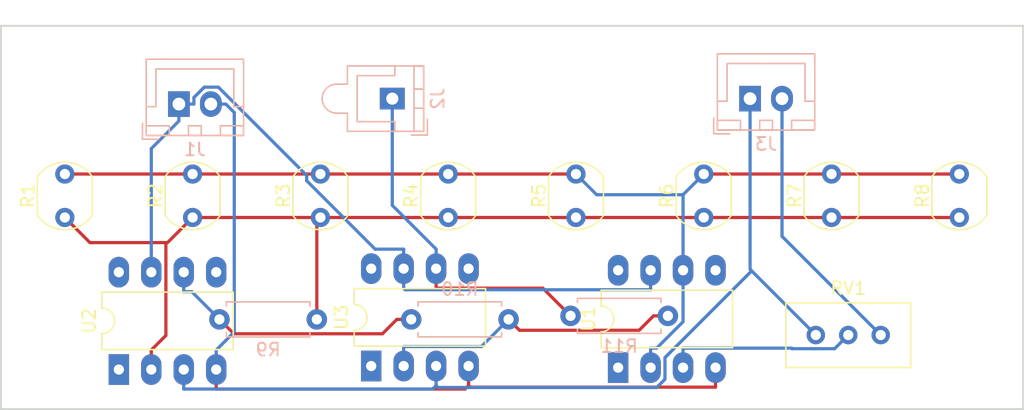
<source format=kicad_pcb>
(kicad_pcb (version 20171130) (host pcbnew "(5.0.0)")

  (general
    (thickness 1.6)
    (drawings 4)
    (tracks 101)
    (zones 0)
    (modules 18)
    (nets 20)
  )

  (page A4)
  (layers
    (0 F.Cu signal)
    (31 B.Cu signal)
    (32 B.Adhes user)
    (33 F.Adhes user)
    (34 B.Paste user)
    (35 F.Paste user)
    (36 B.SilkS user)
    (37 F.SilkS user)
    (38 B.Mask user)
    (39 F.Mask user)
    (40 Dwgs.User user)
    (41 Cmts.User user)
    (42 Eco1.User user)
    (43 Eco2.User user)
    (44 Edge.Cuts user)
    (45 Margin user)
    (46 B.CrtYd user)
    (47 F.CrtYd user)
    (48 B.Fab user)
    (49 F.Fab user)
  )

  (setup
    (last_trace_width 0.25)
    (trace_clearance 0.2)
    (zone_clearance 0.508)
    (zone_45_only no)
    (trace_min 0.2)
    (segment_width 0.2)
    (edge_width 0.15)
    (via_size 0.8)
    (via_drill 0.4)
    (via_min_size 0.4)
    (via_min_drill 0.3)
    (uvia_size 0.3)
    (uvia_drill 0.1)
    (uvias_allowed no)
    (uvia_min_size 0.2)
    (uvia_min_drill 0.1)
    (pcb_text_width 0.3)
    (pcb_text_size 1.5 1.5)
    (mod_edge_width 0.15)
    (mod_text_size 1 1)
    (mod_text_width 0.15)
    (pad_size 1.524 1.524)
    (pad_drill 0.762)
    (pad_to_mask_clearance 0.2)
    (aux_axis_origin 0 0)
    (visible_elements FFFFFF7F)
    (pcbplotparams
      (layerselection 0x010fc_ffffffff)
      (usegerberextensions false)
      (usegerberattributes false)
      (usegerberadvancedattributes false)
      (creategerberjobfile false)
      (excludeedgelayer true)
      (linewidth 0.100000)
      (plotframeref false)
      (viasonmask false)
      (mode 1)
      (useauxorigin false)
      (hpglpennumber 1)
      (hpglpenspeed 20)
      (hpglpendiameter 15.000000)
      (psnegative false)
      (psa4output false)
      (plotreference true)
      (plotvalue true)
      (plotinvisibletext false)
      (padsonsilk false)
      (subtractmaskfromsilk false)
      (outputformat 1)
      (mirror false)
      (drillshape 1)
      (scaleselection 1)
      (outputdirectory ""))
  )

  (net 0 "")
  (net 1 VCC)
  (net 2 -VCC)
  (net 3 "Net-(J2-Pad1)")
  (net 4 +3.7V)
  (net 5 GND)
  (net 6 "Net-(R1-Pad1)")
  (net 7 "Net-(R1-Pad2)")
  (net 8 "Net-(R10-Pad2)")
  (net 9 "Net-(RV1-Pad2)")
  (net 10 "Net-(U1-Pad8)")
  (net 11 "Net-(U1-Pad5)")
  (net 12 "Net-(U1-Pad1)")
  (net 13 "Net-(U2-Pad1)")
  (net 14 "Net-(U2-Pad5)")
  (net 15 "Net-(U2-Pad8)")
  (net 16 "Net-(U3-Pad1)")
  (net 17 "Net-(U3-Pad5)")
  (net 18 "Net-(U3-Pad8)")
  (net 19 "Net-(R10-Pad1)")

  (net_class Default "This is the default net class."
    (clearance 0.2)
    (trace_width 0.25)
    (via_dia 0.8)
    (via_drill 0.4)
    (uvia_dia 0.3)
    (uvia_drill 0.1)
    (add_net +3.7V)
    (add_net -VCC)
    (add_net GND)
    (add_net "Net-(J2-Pad1)")
    (add_net "Net-(R1-Pad1)")
    (add_net "Net-(R1-Pad2)")
    (add_net "Net-(R10-Pad1)")
    (add_net "Net-(R10-Pad2)")
    (add_net "Net-(RV1-Pad2)")
    (add_net "Net-(U1-Pad1)")
    (add_net "Net-(U1-Pad5)")
    (add_net "Net-(U1-Pad8)")
    (add_net "Net-(U2-Pad1)")
    (add_net "Net-(U2-Pad5)")
    (add_net "Net-(U2-Pad8)")
    (add_net "Net-(U3-Pad1)")
    (add_net "Net-(U3-Pad5)")
    (add_net "Net-(U3-Pad8)")
    (add_net VCC)
  )

  (module Connector_JST:JST_XH_B02B-XH-A_1x02_P2.50mm_Vertical (layer B.Cu) (tedit 5A2731AA) (tstamp 5BF10FD7)
    (at 113.925 56.125)
    (descr "JST XH series connector, B02B-XH-A (http://www.jst-mfg.com/product/pdf/eng/eXH.pdf), generated with kicad-footprint-generator")
    (tags "connector JST XH side entry")
    (path /5BE5119E)
    (fp_text reference J1 (at 1.25 3.55) (layer B.SilkS)
      (effects (font (size 1 1) (thickness 0.15)) (justify mirror))
    )
    (fp_text value Conn_01x02_Female (at 1.25 -4.6) (layer B.Fab)
      (effects (font (size 1 1) (thickness 0.15)) (justify mirror))
    )
    (fp_line (start -2.45 2.35) (end -2.45 -3.4) (layer B.Fab) (width 0.1))
    (fp_line (start -2.45 -3.4) (end 4.95 -3.4) (layer B.Fab) (width 0.1))
    (fp_line (start 4.95 -3.4) (end 4.95 2.35) (layer B.Fab) (width 0.1))
    (fp_line (start 4.95 2.35) (end -2.45 2.35) (layer B.Fab) (width 0.1))
    (fp_line (start -2.56 2.46) (end -2.56 -3.51) (layer B.SilkS) (width 0.12))
    (fp_line (start -2.56 -3.51) (end 5.06 -3.51) (layer B.SilkS) (width 0.12))
    (fp_line (start 5.06 -3.51) (end 5.06 2.46) (layer B.SilkS) (width 0.12))
    (fp_line (start 5.06 2.46) (end -2.56 2.46) (layer B.SilkS) (width 0.12))
    (fp_line (start -2.95 2.85) (end -2.95 -3.9) (layer B.CrtYd) (width 0.05))
    (fp_line (start -2.95 -3.9) (end 5.45 -3.9) (layer B.CrtYd) (width 0.05))
    (fp_line (start 5.45 -3.9) (end 5.45 2.85) (layer B.CrtYd) (width 0.05))
    (fp_line (start 5.45 2.85) (end -2.95 2.85) (layer B.CrtYd) (width 0.05))
    (fp_line (start -0.625 2.35) (end 0 1.35) (layer B.Fab) (width 0.1))
    (fp_line (start 0 1.35) (end 0.625 2.35) (layer B.Fab) (width 0.1))
    (fp_line (start 0.75 2.45) (end 0.75 1.7) (layer B.SilkS) (width 0.12))
    (fp_line (start 0.75 1.7) (end 1.75 1.7) (layer B.SilkS) (width 0.12))
    (fp_line (start 1.75 1.7) (end 1.75 2.45) (layer B.SilkS) (width 0.12))
    (fp_line (start 1.75 2.45) (end 0.75 2.45) (layer B.SilkS) (width 0.12))
    (fp_line (start -2.55 2.45) (end -2.55 1.7) (layer B.SilkS) (width 0.12))
    (fp_line (start -2.55 1.7) (end -0.75 1.7) (layer B.SilkS) (width 0.12))
    (fp_line (start -0.75 1.7) (end -0.75 2.45) (layer B.SilkS) (width 0.12))
    (fp_line (start -0.75 2.45) (end -2.55 2.45) (layer B.SilkS) (width 0.12))
    (fp_line (start 3.25 2.45) (end 3.25 1.7) (layer B.SilkS) (width 0.12))
    (fp_line (start 3.25 1.7) (end 5.05 1.7) (layer B.SilkS) (width 0.12))
    (fp_line (start 5.05 1.7) (end 5.05 2.45) (layer B.SilkS) (width 0.12))
    (fp_line (start 5.05 2.45) (end 3.25 2.45) (layer B.SilkS) (width 0.12))
    (fp_line (start -2.55 0.2) (end -1.8 0.2) (layer B.SilkS) (width 0.12))
    (fp_line (start -1.8 0.2) (end -1.8 -2.75) (layer B.SilkS) (width 0.12))
    (fp_line (start -1.8 -2.75) (end 1.25 -2.75) (layer B.SilkS) (width 0.12))
    (fp_line (start 5.05 0.2) (end 4.3 0.2) (layer B.SilkS) (width 0.12))
    (fp_line (start 4.3 0.2) (end 4.3 -2.75) (layer B.SilkS) (width 0.12))
    (fp_line (start 4.3 -2.75) (end 1.25 -2.75) (layer B.SilkS) (width 0.12))
    (fp_line (start -1.6 2.75) (end -2.85 2.75) (layer B.SilkS) (width 0.12))
    (fp_line (start -2.85 2.75) (end -2.85 1.5) (layer B.SilkS) (width 0.12))
    (fp_text user %R (at 1.25 -2.7) (layer B.Fab)
      (effects (font (size 1 1) (thickness 0.15)) (justify mirror))
    )
    (pad 1 thru_hole rect (at 0 0) (size 1.7 2) (drill 1) (layers *.Cu *.Mask)
      (net 1 VCC))
    (pad 2 thru_hole oval (at 2.5 0) (size 1.7 2) (drill 1) (layers *.Cu *.Mask)
      (net 2 -VCC))
    (model ${KISYS3DMOD}/Connector_JST.3dshapes/JST_XH_B02B-XH-A_1x02_P2.50mm_Vertical.wrl
      (at (xyz 0 0 0))
      (scale (xyz 1 1 1))
      (rotate (xyz 0 0 0))
    )
  )

  (module Connector_JST:JST_XH_B01B-XH-AM_1x01_P2.50mm_Vertical (layer B.Cu) (tedit 5A2731AA) (tstamp 5BF1100C)
    (at 130.625 55.7 90)
    (descr "JST XH series connector, B01B-XH-AM, with boss (http://www.jst-mfg.com/product/pdf/eng/eXH.pdf), generated with kicad-footprint-generator")
    (tags "connector JST XH side entry boss")
    (path /5BE689E4)
    (fp_text reference J2 (at 0 3.55 90) (layer B.SilkS)
      (effects (font (size 1 1) (thickness 0.15)) (justify mirror))
    )
    (fp_text value Conn_01x01_Female (at 0 -6.42 90) (layer B.Fab)
      (effects (font (size 1 1) (thickness 0.15)) (justify mirror))
    )
    (fp_arc (start 0 -4.35) (end -1.135 -4.35) (angle 180) (layer B.SilkS) (width 0.12))
    (fp_arc (start 0 -4.35) (end -0.75 -4.35) (angle 180) (layer B.Fab) (width 0.1))
    (fp_line (start -2.45 2.35) (end -2.45 -3.4) (layer B.Fab) (width 0.1))
    (fp_line (start -2.45 -3.4) (end 2.45 -3.4) (layer B.Fab) (width 0.1))
    (fp_line (start 2.45 -3.4) (end 2.45 2.35) (layer B.Fab) (width 0.1))
    (fp_line (start 2.45 2.35) (end -2.45 2.35) (layer B.Fab) (width 0.1))
    (fp_line (start -1.135 -4.35) (end -1.135 -3.51) (layer B.SilkS) (width 0.12))
    (fp_line (start -1.135 -3.51) (end -2.56 -3.51) (layer B.SilkS) (width 0.12))
    (fp_line (start -2.56 -3.51) (end -2.56 2.46) (layer B.SilkS) (width 0.12))
    (fp_line (start -2.56 2.46) (end 2.56 2.46) (layer B.SilkS) (width 0.12))
    (fp_line (start 2.56 2.46) (end 2.56 -3.51) (layer B.SilkS) (width 0.12))
    (fp_line (start 2.56 -3.51) (end 1.135 -3.51) (layer B.SilkS) (width 0.12))
    (fp_line (start 1.135 -3.51) (end 1.135 -4.35) (layer B.SilkS) (width 0.12))
    (fp_line (start -0.75 -4.35) (end -0.75 -3.4) (layer B.Fab) (width 0.1))
    (fp_line (start -0.75 -3.4) (end -2.45 -3.4) (layer B.Fab) (width 0.1))
    (fp_line (start -2.45 -3.4) (end -2.45 2.35) (layer B.Fab) (width 0.1))
    (fp_line (start -2.45 2.35) (end 2.45 2.35) (layer B.Fab) (width 0.1))
    (fp_line (start 2.45 2.35) (end 2.45 -3.4) (layer B.Fab) (width 0.1))
    (fp_line (start 2.45 -3.4) (end 0.75 -3.4) (layer B.Fab) (width 0.1))
    (fp_line (start 0.75 -3.4) (end 0.75 -4.35) (layer B.Fab) (width 0.1))
    (fp_line (start -2.95 2.85) (end -2.95 -5.72) (layer B.CrtYd) (width 0.05))
    (fp_line (start -2.95 -5.72) (end 2.95 -5.72) (layer B.CrtYd) (width 0.05))
    (fp_line (start 2.95 -5.72) (end 2.95 2.85) (layer B.CrtYd) (width 0.05))
    (fp_line (start 2.95 2.85) (end -2.95 2.85) (layer B.CrtYd) (width 0.05))
    (fp_line (start -0.625 2.35) (end 0 1.35) (layer B.Fab) (width 0.1))
    (fp_line (start 0 1.35) (end 0.625 2.35) (layer B.Fab) (width 0.1))
    (fp_line (start 0.75 2.45) (end 0.75 1.7) (layer B.SilkS) (width 0.12))
    (fp_line (start 0.75 1.7) (end -0.75 1.7) (layer B.SilkS) (width 0.12))
    (fp_line (start -0.75 1.7) (end -0.75 2.45) (layer B.SilkS) (width 0.12))
    (fp_line (start -0.75 2.45) (end 0.75 2.45) (layer B.SilkS) (width 0.12))
    (fp_line (start -2.55 2.45) (end -2.55 1.7) (layer B.SilkS) (width 0.12))
    (fp_line (start -2.55 1.7) (end -0.75 1.7) (layer B.SilkS) (width 0.12))
    (fp_line (start -0.75 1.7) (end -0.75 2.45) (layer B.SilkS) (width 0.12))
    (fp_line (start -0.75 2.45) (end -2.55 2.45) (layer B.SilkS) (width 0.12))
    (fp_line (start 0.75 2.45) (end 0.75 1.7) (layer B.SilkS) (width 0.12))
    (fp_line (start 0.75 1.7) (end 2.55 1.7) (layer B.SilkS) (width 0.12))
    (fp_line (start 2.55 1.7) (end 2.55 2.45) (layer B.SilkS) (width 0.12))
    (fp_line (start 2.55 2.45) (end 0.75 2.45) (layer B.SilkS) (width 0.12))
    (fp_line (start -2.55 0.2) (end -1.8 0.2) (layer B.SilkS) (width 0.12))
    (fp_line (start -1.8 0.2) (end -1.8 -2.75) (layer B.SilkS) (width 0.12))
    (fp_line (start -1.8 -2.75) (end 0 -2.75) (layer B.SilkS) (width 0.12))
    (fp_line (start 2.55 0.2) (end 1.8 0.2) (layer B.SilkS) (width 0.12))
    (fp_line (start 1.8 0.2) (end 1.8 -2.75) (layer B.SilkS) (width 0.12))
    (fp_line (start 1.8 -2.75) (end 0 -2.75) (layer B.SilkS) (width 0.12))
    (fp_line (start -1.6 2.75) (end -2.85 2.75) (layer B.SilkS) (width 0.12))
    (fp_line (start -2.85 2.75) (end -2.85 1.5) (layer B.SilkS) (width 0.12))
    (fp_text user %R (at 0 -2.7 90) (layer B.Fab)
      (effects (font (size 1 1) (thickness 0.15)) (justify mirror))
    )
    (pad 1 thru_hole rect (at 0 0 90) (size 1.7 1.95) (drill 0.95) (layers *.Cu *.Mask)
      (net 3 "Net-(J2-Pad1)"))
    (pad "" np_thru_hole circle (at 0 -4.35 90) (size 1.75 1.75) (drill 1.75) (layers *.Cu *.Mask))
    (model ${KISYS3DMOD}/Connector_JST.3dshapes/JST_XH_B01B-XH-AM_1x01_P2.50mm_Vertical.wrl
      (at (xyz 0 0 0))
      (scale (xyz 1 1 1))
      (rotate (xyz 0 0 0))
    )
  )

  (module Connector_JST:JST_XH_B02B-XH-A_1x02_P2.50mm_Vertical (layer B.Cu) (tedit 5A2731AA) (tstamp 5BF11035)
    (at 158.625 55.7)
    (descr "JST XH series connector, B02B-XH-A (http://www.jst-mfg.com/product/pdf/eng/eXH.pdf), generated with kicad-footprint-generator")
    (tags "connector JST XH side entry")
    (path /5BE75ED6)
    (fp_text reference J3 (at 1.25 3.55) (layer B.SilkS)
      (effects (font (size 1 1) (thickness 0.15)) (justify mirror))
    )
    (fp_text value Conn_01x02_Female (at 1.25 -4.6) (layer B.Fab)
      (effects (font (size 1 1) (thickness 0.15)) (justify mirror))
    )
    (fp_text user %R (at 1.25 -2.7) (layer B.Fab)
      (effects (font (size 1 1) (thickness 0.15)) (justify mirror))
    )
    (fp_line (start -2.85 2.75) (end -2.85 1.5) (layer B.SilkS) (width 0.12))
    (fp_line (start -1.6 2.75) (end -2.85 2.75) (layer B.SilkS) (width 0.12))
    (fp_line (start 4.3 -2.75) (end 1.25 -2.75) (layer B.SilkS) (width 0.12))
    (fp_line (start 4.3 0.2) (end 4.3 -2.75) (layer B.SilkS) (width 0.12))
    (fp_line (start 5.05 0.2) (end 4.3 0.2) (layer B.SilkS) (width 0.12))
    (fp_line (start -1.8 -2.75) (end 1.25 -2.75) (layer B.SilkS) (width 0.12))
    (fp_line (start -1.8 0.2) (end -1.8 -2.75) (layer B.SilkS) (width 0.12))
    (fp_line (start -2.55 0.2) (end -1.8 0.2) (layer B.SilkS) (width 0.12))
    (fp_line (start 5.05 2.45) (end 3.25 2.45) (layer B.SilkS) (width 0.12))
    (fp_line (start 5.05 1.7) (end 5.05 2.45) (layer B.SilkS) (width 0.12))
    (fp_line (start 3.25 1.7) (end 5.05 1.7) (layer B.SilkS) (width 0.12))
    (fp_line (start 3.25 2.45) (end 3.25 1.7) (layer B.SilkS) (width 0.12))
    (fp_line (start -0.75 2.45) (end -2.55 2.45) (layer B.SilkS) (width 0.12))
    (fp_line (start -0.75 1.7) (end -0.75 2.45) (layer B.SilkS) (width 0.12))
    (fp_line (start -2.55 1.7) (end -0.75 1.7) (layer B.SilkS) (width 0.12))
    (fp_line (start -2.55 2.45) (end -2.55 1.7) (layer B.SilkS) (width 0.12))
    (fp_line (start 1.75 2.45) (end 0.75 2.45) (layer B.SilkS) (width 0.12))
    (fp_line (start 1.75 1.7) (end 1.75 2.45) (layer B.SilkS) (width 0.12))
    (fp_line (start 0.75 1.7) (end 1.75 1.7) (layer B.SilkS) (width 0.12))
    (fp_line (start 0.75 2.45) (end 0.75 1.7) (layer B.SilkS) (width 0.12))
    (fp_line (start 0 1.35) (end 0.625 2.35) (layer B.Fab) (width 0.1))
    (fp_line (start -0.625 2.35) (end 0 1.35) (layer B.Fab) (width 0.1))
    (fp_line (start 5.45 2.85) (end -2.95 2.85) (layer B.CrtYd) (width 0.05))
    (fp_line (start 5.45 -3.9) (end 5.45 2.85) (layer B.CrtYd) (width 0.05))
    (fp_line (start -2.95 -3.9) (end 5.45 -3.9) (layer B.CrtYd) (width 0.05))
    (fp_line (start -2.95 2.85) (end -2.95 -3.9) (layer B.CrtYd) (width 0.05))
    (fp_line (start 5.06 2.46) (end -2.56 2.46) (layer B.SilkS) (width 0.12))
    (fp_line (start 5.06 -3.51) (end 5.06 2.46) (layer B.SilkS) (width 0.12))
    (fp_line (start -2.56 -3.51) (end 5.06 -3.51) (layer B.SilkS) (width 0.12))
    (fp_line (start -2.56 2.46) (end -2.56 -3.51) (layer B.SilkS) (width 0.12))
    (fp_line (start 4.95 2.35) (end -2.45 2.35) (layer B.Fab) (width 0.1))
    (fp_line (start 4.95 -3.4) (end 4.95 2.35) (layer B.Fab) (width 0.1))
    (fp_line (start -2.45 -3.4) (end 4.95 -3.4) (layer B.Fab) (width 0.1))
    (fp_line (start -2.45 2.35) (end -2.45 -3.4) (layer B.Fab) (width 0.1))
    (pad 2 thru_hole oval (at 2.5 0) (size 1.7 2) (drill 1) (layers *.Cu *.Mask)
      (net 4 +3.7V))
    (pad 1 thru_hole rect (at 0 0) (size 1.7 2) (drill 1) (layers *.Cu *.Mask)
      (net 5 GND))
    (model ${KISYS3DMOD}/Connector_JST.3dshapes/JST_XH_B02B-XH-A_1x02_P2.50mm_Vertical.wrl
      (at (xyz 0 0 0))
      (scale (xyz 1 1 1))
      (rotate (xyz 0 0 0))
    )
  )

  (module OptoDevice:R_LDR_5.1x4.3mm_P3.4mm_Vertical (layer F.Cu) (tedit 5A6C6585) (tstamp 5BF11055)
    (at 105 65 90)
    (descr "Resistor, LDR 5.1x3.4mm, see http://yourduino.com/docs/Photoresistor-5516-datasheet.pdf")
    (tags "Resistor LDR5.1x3.4mm")
    (path /5BE7AF2A)
    (fp_text reference R1 (at 1.7 -2.9 90) (layer F.SilkS)
      (effects (font (size 1 1) (thickness 0.15)))
    )
    (fp_text value LDR03 (at 1.5 3 90) (layer F.Fab)
      (effects (font (size 1 1) (thickness 0.15)))
    )
    (fp_arc (start 1.7 0) (end 0.2 2.1) (angle 109) (layer F.Fab) (width 0.1))
    (fp_arc (start 1.7 0) (end 3.2 -2.1) (angle 109) (layer F.Fab) (width 0.1))
    (fp_arc (start 1.7 0) (end 3.2 -2.15) (angle 109) (layer F.SilkS) (width 0.12))
    (fp_arc (start 1.7 0) (end 0.15 2.15) (angle 109) (layer F.SilkS) (width 0.12))
    (fp_line (start 4.53 2.35) (end -1.13 2.35) (layer F.CrtYd) (width 0.05))
    (fp_line (start 4.53 2.35) (end 4.53 -2.35) (layer F.CrtYd) (width 0.05))
    (fp_line (start -1.13 -2.35) (end -1.13 2.35) (layer F.CrtYd) (width 0.05))
    (fp_line (start -1.13 -2.35) (end 4.53 -2.35) (layer F.CrtYd) (width 0.05))
    (fp_line (start 0.2 -2.1) (end 3.2 -2.1) (layer F.Fab) (width 0.1))
    (fp_line (start 3.2 2.1) (end 0.2 2.1) (layer F.Fab) (width 0.1))
    (fp_line (start 0.8 1.8) (end 2.6 1.8) (layer F.Fab) (width 0.1))
    (fp_line (start 0.8 1.2) (end 0.8 1.8) (layer F.Fab) (width 0.1))
    (fp_line (start 2.6 1.2) (end 0.8 1.2) (layer F.Fab) (width 0.1))
    (fp_line (start 2.6 0.6) (end 2.6 1.2) (layer F.Fab) (width 0.1))
    (fp_line (start 1 0) (end 1 0.6) (layer F.Fab) (width 0.1))
    (fp_line (start 0.8 -1.2) (end 0.8 -0.6) (layer F.Fab) (width 0.1))
    (fp_line (start 2.6 -1.2) (end 0.8 -1.2) (layer F.Fab) (width 0.1))
    (fp_line (start 2.6 -1.8) (end 2.6 -1.2) (layer F.Fab) (width 0.1))
    (fp_line (start 0.8 -1.8) (end 2.6 -1.8) (layer F.Fab) (width 0.1))
    (fp_line (start 2.6 0.6) (end 1 0.6) (layer F.Fab) (width 0.1))
    (fp_line (start 2.3 -0.6) (end 0.8 -0.6) (layer F.Fab) (width 0.1))
    (fp_line (start 2.3 0) (end 2.3 -0.6) (layer F.Fab) (width 0.1))
    (fp_line (start 1 0) (end 2.3 0) (layer F.Fab) (width 0.1))
    (fp_line (start 0.15 -2.15) (end 3.2 -2.15) (layer F.SilkS) (width 0.12))
    (fp_line (start 0.15 2.15) (end 3.2 2.15) (layer F.SilkS) (width 0.12))
    (fp_text user %R (at 1.7 0 90) (layer F.Fab)
      (effects (font (size 1 1) (thickness 0.15)))
    )
    (pad 2 thru_hole circle (at 3.4 0 90) (size 1.5 1.5) (drill 0.8) (layers *.Cu *.Mask)
      (net 7 "Net-(R1-Pad2)"))
    (pad 1 thru_hole circle (at 0 0 90) (size 1.5 1.5) (drill 0.8) (layers *.Cu *.Mask)
      (net 6 "Net-(R1-Pad1)"))
    (model ${KISYS3DMOD}/OptoDevice.3dshapes/R_LDR_5.1x4.3mm_P3.4mm_Vertical.wrl
      (at (xyz 0 0 0))
      (scale (xyz 1 1 1))
      (rotate (xyz 0 0 0))
    )
  )

  (module OptoDevice:R_LDR_5.1x4.3mm_P3.4mm_Vertical (layer F.Cu) (tedit 5A6C6585) (tstamp 5BF11075)
    (at 115 65 90)
    (descr "Resistor, LDR 5.1x3.4mm, see http://yourduino.com/docs/Photoresistor-5516-datasheet.pdf")
    (tags "Resistor LDR5.1x3.4mm")
    (path /5BE4EECF)
    (fp_text reference R2 (at 1.7 -2.9 90) (layer F.SilkS)
      (effects (font (size 1 1) (thickness 0.15)))
    )
    (fp_text value LDR03 (at 1.5 3 90) (layer F.Fab)
      (effects (font (size 1 1) (thickness 0.15)))
    )
    (fp_arc (start 1.7 0) (end 0.2 2.1) (angle 109) (layer F.Fab) (width 0.1))
    (fp_arc (start 1.7 0) (end 3.2 -2.1) (angle 109) (layer F.Fab) (width 0.1))
    (fp_arc (start 1.7 0) (end 3.2 -2.15) (angle 109) (layer F.SilkS) (width 0.12))
    (fp_arc (start 1.7 0) (end 0.15 2.15) (angle 109) (layer F.SilkS) (width 0.12))
    (fp_line (start 4.53 2.35) (end -1.13 2.35) (layer F.CrtYd) (width 0.05))
    (fp_line (start 4.53 2.35) (end 4.53 -2.35) (layer F.CrtYd) (width 0.05))
    (fp_line (start -1.13 -2.35) (end -1.13 2.35) (layer F.CrtYd) (width 0.05))
    (fp_line (start -1.13 -2.35) (end 4.53 -2.35) (layer F.CrtYd) (width 0.05))
    (fp_line (start 0.2 -2.1) (end 3.2 -2.1) (layer F.Fab) (width 0.1))
    (fp_line (start 3.2 2.1) (end 0.2 2.1) (layer F.Fab) (width 0.1))
    (fp_line (start 0.8 1.8) (end 2.6 1.8) (layer F.Fab) (width 0.1))
    (fp_line (start 0.8 1.2) (end 0.8 1.8) (layer F.Fab) (width 0.1))
    (fp_line (start 2.6 1.2) (end 0.8 1.2) (layer F.Fab) (width 0.1))
    (fp_line (start 2.6 0.6) (end 2.6 1.2) (layer F.Fab) (width 0.1))
    (fp_line (start 1 0) (end 1 0.6) (layer F.Fab) (width 0.1))
    (fp_line (start 0.8 -1.2) (end 0.8 -0.6) (layer F.Fab) (width 0.1))
    (fp_line (start 2.6 -1.2) (end 0.8 -1.2) (layer F.Fab) (width 0.1))
    (fp_line (start 2.6 -1.8) (end 2.6 -1.2) (layer F.Fab) (width 0.1))
    (fp_line (start 0.8 -1.8) (end 2.6 -1.8) (layer F.Fab) (width 0.1))
    (fp_line (start 2.6 0.6) (end 1 0.6) (layer F.Fab) (width 0.1))
    (fp_line (start 2.3 -0.6) (end 0.8 -0.6) (layer F.Fab) (width 0.1))
    (fp_line (start 2.3 0) (end 2.3 -0.6) (layer F.Fab) (width 0.1))
    (fp_line (start 1 0) (end 2.3 0) (layer F.Fab) (width 0.1))
    (fp_line (start 0.15 -2.15) (end 3.2 -2.15) (layer F.SilkS) (width 0.12))
    (fp_line (start 0.15 2.15) (end 3.2 2.15) (layer F.SilkS) (width 0.12))
    (fp_text user %R (at 1.7 0 90) (layer F.Fab)
      (effects (font (size 1 1) (thickness 0.15)))
    )
    (pad 2 thru_hole circle (at 3.4 0 90) (size 1.5 1.5) (drill 0.8) (layers *.Cu *.Mask)
      (net 7 "Net-(R1-Pad2)"))
    (pad 1 thru_hole circle (at 0 0 90) (size 1.5 1.5) (drill 0.8) (layers *.Cu *.Mask)
      (net 6 "Net-(R1-Pad1)"))
    (model ${KISYS3DMOD}/OptoDevice.3dshapes/R_LDR_5.1x4.3mm_P3.4mm_Vertical.wrl
      (at (xyz 0 0 0))
      (scale (xyz 1 1 1))
      (rotate (xyz 0 0 0))
    )
  )

  (module OptoDevice:R_LDR_5.1x4.3mm_P3.4mm_Vertical (layer F.Cu) (tedit 5A6C6585) (tstamp 5BF11095)
    (at 125 65 90)
    (descr "Resistor, LDR 5.1x3.4mm, see http://yourduino.com/docs/Photoresistor-5516-datasheet.pdf")
    (tags "Resistor LDR5.1x3.4mm")
    (path /5BE4EF65)
    (fp_text reference R3 (at 1.7 -2.9 90) (layer F.SilkS)
      (effects (font (size 1 1) (thickness 0.15)))
    )
    (fp_text value LDR03 (at 1.5 3 90) (layer F.Fab)
      (effects (font (size 1 1) (thickness 0.15)))
    )
    (fp_text user %R (at 1.7 0 90) (layer F.Fab)
      (effects (font (size 1 1) (thickness 0.15)))
    )
    (fp_line (start 0.15 2.15) (end 3.2 2.15) (layer F.SilkS) (width 0.12))
    (fp_line (start 0.15 -2.15) (end 3.2 -2.15) (layer F.SilkS) (width 0.12))
    (fp_line (start 1 0) (end 2.3 0) (layer F.Fab) (width 0.1))
    (fp_line (start 2.3 0) (end 2.3 -0.6) (layer F.Fab) (width 0.1))
    (fp_line (start 2.3 -0.6) (end 0.8 -0.6) (layer F.Fab) (width 0.1))
    (fp_line (start 2.6 0.6) (end 1 0.6) (layer F.Fab) (width 0.1))
    (fp_line (start 0.8 -1.8) (end 2.6 -1.8) (layer F.Fab) (width 0.1))
    (fp_line (start 2.6 -1.8) (end 2.6 -1.2) (layer F.Fab) (width 0.1))
    (fp_line (start 2.6 -1.2) (end 0.8 -1.2) (layer F.Fab) (width 0.1))
    (fp_line (start 0.8 -1.2) (end 0.8 -0.6) (layer F.Fab) (width 0.1))
    (fp_line (start 1 0) (end 1 0.6) (layer F.Fab) (width 0.1))
    (fp_line (start 2.6 0.6) (end 2.6 1.2) (layer F.Fab) (width 0.1))
    (fp_line (start 2.6 1.2) (end 0.8 1.2) (layer F.Fab) (width 0.1))
    (fp_line (start 0.8 1.2) (end 0.8 1.8) (layer F.Fab) (width 0.1))
    (fp_line (start 0.8 1.8) (end 2.6 1.8) (layer F.Fab) (width 0.1))
    (fp_line (start 3.2 2.1) (end 0.2 2.1) (layer F.Fab) (width 0.1))
    (fp_line (start 0.2 -2.1) (end 3.2 -2.1) (layer F.Fab) (width 0.1))
    (fp_line (start -1.13 -2.35) (end 4.53 -2.35) (layer F.CrtYd) (width 0.05))
    (fp_line (start -1.13 -2.35) (end -1.13 2.35) (layer F.CrtYd) (width 0.05))
    (fp_line (start 4.53 2.35) (end 4.53 -2.35) (layer F.CrtYd) (width 0.05))
    (fp_line (start 4.53 2.35) (end -1.13 2.35) (layer F.CrtYd) (width 0.05))
    (fp_arc (start 1.7 0) (end 0.15 2.15) (angle 109) (layer F.SilkS) (width 0.12))
    (fp_arc (start 1.7 0) (end 3.2 -2.15) (angle 109) (layer F.SilkS) (width 0.12))
    (fp_arc (start 1.7 0) (end 3.2 -2.1) (angle 109) (layer F.Fab) (width 0.1))
    (fp_arc (start 1.7 0) (end 0.2 2.1) (angle 109) (layer F.Fab) (width 0.1))
    (pad 1 thru_hole circle (at 0 0 90) (size 1.5 1.5) (drill 0.8) (layers *.Cu *.Mask)
      (net 6 "Net-(R1-Pad1)"))
    (pad 2 thru_hole circle (at 3.4 0 90) (size 1.5 1.5) (drill 0.8) (layers *.Cu *.Mask)
      (net 7 "Net-(R1-Pad2)"))
    (model ${KISYS3DMOD}/OptoDevice.3dshapes/R_LDR_5.1x4.3mm_P3.4mm_Vertical.wrl
      (at (xyz 0 0 0))
      (scale (xyz 1 1 1))
      (rotate (xyz 0 0 0))
    )
  )

  (module OptoDevice:R_LDR_5.1x4.3mm_P3.4mm_Vertical (layer F.Cu) (tedit 5A6C6585) (tstamp 5BF110B5)
    (at 135 65 90)
    (descr "Resistor, LDR 5.1x3.4mm, see http://yourduino.com/docs/Photoresistor-5516-datasheet.pdf")
    (tags "Resistor LDR5.1x3.4mm")
    (path /5BE4EF85)
    (fp_text reference R4 (at 1.7 -2.9 90) (layer F.SilkS)
      (effects (font (size 1 1) (thickness 0.15)))
    )
    (fp_text value LDR03 (at 1.5 3 90) (layer F.Fab)
      (effects (font (size 1 1) (thickness 0.15)))
    )
    (fp_text user %R (at 1.7 0 90) (layer F.Fab)
      (effects (font (size 1 1) (thickness 0.15)))
    )
    (fp_line (start 0.15 2.15) (end 3.2 2.15) (layer F.SilkS) (width 0.12))
    (fp_line (start 0.15 -2.15) (end 3.2 -2.15) (layer F.SilkS) (width 0.12))
    (fp_line (start 1 0) (end 2.3 0) (layer F.Fab) (width 0.1))
    (fp_line (start 2.3 0) (end 2.3 -0.6) (layer F.Fab) (width 0.1))
    (fp_line (start 2.3 -0.6) (end 0.8 -0.6) (layer F.Fab) (width 0.1))
    (fp_line (start 2.6 0.6) (end 1 0.6) (layer F.Fab) (width 0.1))
    (fp_line (start 0.8 -1.8) (end 2.6 -1.8) (layer F.Fab) (width 0.1))
    (fp_line (start 2.6 -1.8) (end 2.6 -1.2) (layer F.Fab) (width 0.1))
    (fp_line (start 2.6 -1.2) (end 0.8 -1.2) (layer F.Fab) (width 0.1))
    (fp_line (start 0.8 -1.2) (end 0.8 -0.6) (layer F.Fab) (width 0.1))
    (fp_line (start 1 0) (end 1 0.6) (layer F.Fab) (width 0.1))
    (fp_line (start 2.6 0.6) (end 2.6 1.2) (layer F.Fab) (width 0.1))
    (fp_line (start 2.6 1.2) (end 0.8 1.2) (layer F.Fab) (width 0.1))
    (fp_line (start 0.8 1.2) (end 0.8 1.8) (layer F.Fab) (width 0.1))
    (fp_line (start 0.8 1.8) (end 2.6 1.8) (layer F.Fab) (width 0.1))
    (fp_line (start 3.2 2.1) (end 0.2 2.1) (layer F.Fab) (width 0.1))
    (fp_line (start 0.2 -2.1) (end 3.2 -2.1) (layer F.Fab) (width 0.1))
    (fp_line (start -1.13 -2.35) (end 4.53 -2.35) (layer F.CrtYd) (width 0.05))
    (fp_line (start -1.13 -2.35) (end -1.13 2.35) (layer F.CrtYd) (width 0.05))
    (fp_line (start 4.53 2.35) (end 4.53 -2.35) (layer F.CrtYd) (width 0.05))
    (fp_line (start 4.53 2.35) (end -1.13 2.35) (layer F.CrtYd) (width 0.05))
    (fp_arc (start 1.7 0) (end 0.15 2.15) (angle 109) (layer F.SilkS) (width 0.12))
    (fp_arc (start 1.7 0) (end 3.2 -2.15) (angle 109) (layer F.SilkS) (width 0.12))
    (fp_arc (start 1.7 0) (end 3.2 -2.1) (angle 109) (layer F.Fab) (width 0.1))
    (fp_arc (start 1.7 0) (end 0.2 2.1) (angle 109) (layer F.Fab) (width 0.1))
    (pad 1 thru_hole circle (at 0 0 90) (size 1.5 1.5) (drill 0.8) (layers *.Cu *.Mask)
      (net 6 "Net-(R1-Pad1)"))
    (pad 2 thru_hole circle (at 3.4 0 90) (size 1.5 1.5) (drill 0.8) (layers *.Cu *.Mask)
      (net 7 "Net-(R1-Pad2)"))
    (model ${KISYS3DMOD}/OptoDevice.3dshapes/R_LDR_5.1x4.3mm_P3.4mm_Vertical.wrl
      (at (xyz 0 0 0))
      (scale (xyz 1 1 1))
      (rotate (xyz 0 0 0))
    )
  )

  (module OptoDevice:R_LDR_5.1x4.3mm_P3.4mm_Vertical (layer F.Cu) (tedit 5A6C6585) (tstamp 5BF110D5)
    (at 145 65 90)
    (descr "Resistor, LDR 5.1x3.4mm, see http://yourduino.com/docs/Photoresistor-5516-datasheet.pdf")
    (tags "Resistor LDR5.1x3.4mm")
    (path /5BE4EFB1)
    (fp_text reference R5 (at 1.7 -2.9 90) (layer F.SilkS)
      (effects (font (size 1 1) (thickness 0.15)))
    )
    (fp_text value LDR03 (at 1.5 3 90) (layer F.Fab)
      (effects (font (size 1 1) (thickness 0.15)))
    )
    (fp_arc (start 1.7 0) (end 0.2 2.1) (angle 109) (layer F.Fab) (width 0.1))
    (fp_arc (start 1.7 0) (end 3.2 -2.1) (angle 109) (layer F.Fab) (width 0.1))
    (fp_arc (start 1.7 0) (end 3.2 -2.15) (angle 109) (layer F.SilkS) (width 0.12))
    (fp_arc (start 1.7 0) (end 0.15 2.15) (angle 109) (layer F.SilkS) (width 0.12))
    (fp_line (start 4.53 2.35) (end -1.13 2.35) (layer F.CrtYd) (width 0.05))
    (fp_line (start 4.53 2.35) (end 4.53 -2.35) (layer F.CrtYd) (width 0.05))
    (fp_line (start -1.13 -2.35) (end -1.13 2.35) (layer F.CrtYd) (width 0.05))
    (fp_line (start -1.13 -2.35) (end 4.53 -2.35) (layer F.CrtYd) (width 0.05))
    (fp_line (start 0.2 -2.1) (end 3.2 -2.1) (layer F.Fab) (width 0.1))
    (fp_line (start 3.2 2.1) (end 0.2 2.1) (layer F.Fab) (width 0.1))
    (fp_line (start 0.8 1.8) (end 2.6 1.8) (layer F.Fab) (width 0.1))
    (fp_line (start 0.8 1.2) (end 0.8 1.8) (layer F.Fab) (width 0.1))
    (fp_line (start 2.6 1.2) (end 0.8 1.2) (layer F.Fab) (width 0.1))
    (fp_line (start 2.6 0.6) (end 2.6 1.2) (layer F.Fab) (width 0.1))
    (fp_line (start 1 0) (end 1 0.6) (layer F.Fab) (width 0.1))
    (fp_line (start 0.8 -1.2) (end 0.8 -0.6) (layer F.Fab) (width 0.1))
    (fp_line (start 2.6 -1.2) (end 0.8 -1.2) (layer F.Fab) (width 0.1))
    (fp_line (start 2.6 -1.8) (end 2.6 -1.2) (layer F.Fab) (width 0.1))
    (fp_line (start 0.8 -1.8) (end 2.6 -1.8) (layer F.Fab) (width 0.1))
    (fp_line (start 2.6 0.6) (end 1 0.6) (layer F.Fab) (width 0.1))
    (fp_line (start 2.3 -0.6) (end 0.8 -0.6) (layer F.Fab) (width 0.1))
    (fp_line (start 2.3 0) (end 2.3 -0.6) (layer F.Fab) (width 0.1))
    (fp_line (start 1 0) (end 2.3 0) (layer F.Fab) (width 0.1))
    (fp_line (start 0.15 -2.15) (end 3.2 -2.15) (layer F.SilkS) (width 0.12))
    (fp_line (start 0.15 2.15) (end 3.2 2.15) (layer F.SilkS) (width 0.12))
    (fp_text user %R (at 1.7 0 90) (layer F.Fab)
      (effects (font (size 1 1) (thickness 0.15)))
    )
    (pad 2 thru_hole circle (at 3.4 0 90) (size 1.5 1.5) (drill 0.8) (layers *.Cu *.Mask)
      (net 7 "Net-(R1-Pad2)"))
    (pad 1 thru_hole circle (at 0 0 90) (size 1.5 1.5) (drill 0.8) (layers *.Cu *.Mask)
      (net 6 "Net-(R1-Pad1)"))
    (model ${KISYS3DMOD}/OptoDevice.3dshapes/R_LDR_5.1x4.3mm_P3.4mm_Vertical.wrl
      (at (xyz 0 0 0))
      (scale (xyz 1 1 1))
      (rotate (xyz 0 0 0))
    )
  )

  (module OptoDevice:R_LDR_5.1x4.3mm_P3.4mm_Vertical (layer F.Cu) (tedit 5A6C6585) (tstamp 5BF110F5)
    (at 155 65 90)
    (descr "Resistor, LDR 5.1x3.4mm, see http://yourduino.com/docs/Photoresistor-5516-datasheet.pdf")
    (tags "Resistor LDR5.1x3.4mm")
    (path /5BE4F04F)
    (fp_text reference R6 (at 1.7 -2.9 90) (layer F.SilkS)
      (effects (font (size 1 1) (thickness 0.15)))
    )
    (fp_text value LDR03 (at 1.5 3 90) (layer F.Fab)
      (effects (font (size 1 1) (thickness 0.15)))
    )
    (fp_text user %R (at 1.7 0 90) (layer F.Fab)
      (effects (font (size 1 1) (thickness 0.15)))
    )
    (fp_line (start 0.15 2.15) (end 3.2 2.15) (layer F.SilkS) (width 0.12))
    (fp_line (start 0.15 -2.15) (end 3.2 -2.15) (layer F.SilkS) (width 0.12))
    (fp_line (start 1 0) (end 2.3 0) (layer F.Fab) (width 0.1))
    (fp_line (start 2.3 0) (end 2.3 -0.6) (layer F.Fab) (width 0.1))
    (fp_line (start 2.3 -0.6) (end 0.8 -0.6) (layer F.Fab) (width 0.1))
    (fp_line (start 2.6 0.6) (end 1 0.6) (layer F.Fab) (width 0.1))
    (fp_line (start 0.8 -1.8) (end 2.6 -1.8) (layer F.Fab) (width 0.1))
    (fp_line (start 2.6 -1.8) (end 2.6 -1.2) (layer F.Fab) (width 0.1))
    (fp_line (start 2.6 -1.2) (end 0.8 -1.2) (layer F.Fab) (width 0.1))
    (fp_line (start 0.8 -1.2) (end 0.8 -0.6) (layer F.Fab) (width 0.1))
    (fp_line (start 1 0) (end 1 0.6) (layer F.Fab) (width 0.1))
    (fp_line (start 2.6 0.6) (end 2.6 1.2) (layer F.Fab) (width 0.1))
    (fp_line (start 2.6 1.2) (end 0.8 1.2) (layer F.Fab) (width 0.1))
    (fp_line (start 0.8 1.2) (end 0.8 1.8) (layer F.Fab) (width 0.1))
    (fp_line (start 0.8 1.8) (end 2.6 1.8) (layer F.Fab) (width 0.1))
    (fp_line (start 3.2 2.1) (end 0.2 2.1) (layer F.Fab) (width 0.1))
    (fp_line (start 0.2 -2.1) (end 3.2 -2.1) (layer F.Fab) (width 0.1))
    (fp_line (start -1.13 -2.35) (end 4.53 -2.35) (layer F.CrtYd) (width 0.05))
    (fp_line (start -1.13 -2.35) (end -1.13 2.35) (layer F.CrtYd) (width 0.05))
    (fp_line (start 4.53 2.35) (end 4.53 -2.35) (layer F.CrtYd) (width 0.05))
    (fp_line (start 4.53 2.35) (end -1.13 2.35) (layer F.CrtYd) (width 0.05))
    (fp_arc (start 1.7 0) (end 0.15 2.15) (angle 109) (layer F.SilkS) (width 0.12))
    (fp_arc (start 1.7 0) (end 3.2 -2.15) (angle 109) (layer F.SilkS) (width 0.12))
    (fp_arc (start 1.7 0) (end 3.2 -2.1) (angle 109) (layer F.Fab) (width 0.1))
    (fp_arc (start 1.7 0) (end 0.2 2.1) (angle 109) (layer F.Fab) (width 0.1))
    (pad 1 thru_hole circle (at 0 0 90) (size 1.5 1.5) (drill 0.8) (layers *.Cu *.Mask)
      (net 6 "Net-(R1-Pad1)"))
    (pad 2 thru_hole circle (at 3.4 0 90) (size 1.5 1.5) (drill 0.8) (layers *.Cu *.Mask)
      (net 7 "Net-(R1-Pad2)"))
    (model ${KISYS3DMOD}/OptoDevice.3dshapes/R_LDR_5.1x4.3mm_P3.4mm_Vertical.wrl
      (at (xyz 0 0 0))
      (scale (xyz 1 1 1))
      (rotate (xyz 0 0 0))
    )
  )

  (module OptoDevice:R_LDR_5.1x4.3mm_P3.4mm_Vertical (layer F.Cu) (tedit 5A6C6585) (tstamp 5BF11115)
    (at 165 65 90)
    (descr "Resistor, LDR 5.1x3.4mm, see http://yourduino.com/docs/Photoresistor-5516-datasheet.pdf")
    (tags "Resistor LDR5.1x3.4mm")
    (path /5BE4F07D)
    (fp_text reference R7 (at 1.7 -2.9 90) (layer F.SilkS)
      (effects (font (size 1 1) (thickness 0.15)))
    )
    (fp_text value LDR03 (at 1.5 3 90) (layer F.Fab)
      (effects (font (size 1 1) (thickness 0.15)))
    )
    (fp_arc (start 1.7 0) (end 0.2 2.1) (angle 109) (layer F.Fab) (width 0.1))
    (fp_arc (start 1.7 0) (end 3.2 -2.1) (angle 109) (layer F.Fab) (width 0.1))
    (fp_arc (start 1.7 0) (end 3.2 -2.15) (angle 109) (layer F.SilkS) (width 0.12))
    (fp_arc (start 1.7 0) (end 0.15 2.15) (angle 109) (layer F.SilkS) (width 0.12))
    (fp_line (start 4.53 2.35) (end -1.13 2.35) (layer F.CrtYd) (width 0.05))
    (fp_line (start 4.53 2.35) (end 4.53 -2.35) (layer F.CrtYd) (width 0.05))
    (fp_line (start -1.13 -2.35) (end -1.13 2.35) (layer F.CrtYd) (width 0.05))
    (fp_line (start -1.13 -2.35) (end 4.53 -2.35) (layer F.CrtYd) (width 0.05))
    (fp_line (start 0.2 -2.1) (end 3.2 -2.1) (layer F.Fab) (width 0.1))
    (fp_line (start 3.2 2.1) (end 0.2 2.1) (layer F.Fab) (width 0.1))
    (fp_line (start 0.8 1.8) (end 2.6 1.8) (layer F.Fab) (width 0.1))
    (fp_line (start 0.8 1.2) (end 0.8 1.8) (layer F.Fab) (width 0.1))
    (fp_line (start 2.6 1.2) (end 0.8 1.2) (layer F.Fab) (width 0.1))
    (fp_line (start 2.6 0.6) (end 2.6 1.2) (layer F.Fab) (width 0.1))
    (fp_line (start 1 0) (end 1 0.6) (layer F.Fab) (width 0.1))
    (fp_line (start 0.8 -1.2) (end 0.8 -0.6) (layer F.Fab) (width 0.1))
    (fp_line (start 2.6 -1.2) (end 0.8 -1.2) (layer F.Fab) (width 0.1))
    (fp_line (start 2.6 -1.8) (end 2.6 -1.2) (layer F.Fab) (width 0.1))
    (fp_line (start 0.8 -1.8) (end 2.6 -1.8) (layer F.Fab) (width 0.1))
    (fp_line (start 2.6 0.6) (end 1 0.6) (layer F.Fab) (width 0.1))
    (fp_line (start 2.3 -0.6) (end 0.8 -0.6) (layer F.Fab) (width 0.1))
    (fp_line (start 2.3 0) (end 2.3 -0.6) (layer F.Fab) (width 0.1))
    (fp_line (start 1 0) (end 2.3 0) (layer F.Fab) (width 0.1))
    (fp_line (start 0.15 -2.15) (end 3.2 -2.15) (layer F.SilkS) (width 0.12))
    (fp_line (start 0.15 2.15) (end 3.2 2.15) (layer F.SilkS) (width 0.12))
    (fp_text user %R (at 1.7 0 90) (layer F.Fab)
      (effects (font (size 1 1) (thickness 0.15)))
    )
    (pad 2 thru_hole circle (at 3.4 0 90) (size 1.5 1.5) (drill 0.8) (layers *.Cu *.Mask)
      (net 7 "Net-(R1-Pad2)"))
    (pad 1 thru_hole circle (at 0 0 90) (size 1.5 1.5) (drill 0.8) (layers *.Cu *.Mask)
      (net 6 "Net-(R1-Pad1)"))
    (model ${KISYS3DMOD}/OptoDevice.3dshapes/R_LDR_5.1x4.3mm_P3.4mm_Vertical.wrl
      (at (xyz 0 0 0))
      (scale (xyz 1 1 1))
      (rotate (xyz 0 0 0))
    )
  )

  (module OptoDevice:R_LDR_5.1x4.3mm_P3.4mm_Vertical (layer F.Cu) (tedit 5A6C6585) (tstamp 5BF11135)
    (at 175 65 90)
    (descr "Resistor, LDR 5.1x3.4mm, see http://yourduino.com/docs/Photoresistor-5516-datasheet.pdf")
    (tags "Resistor LDR5.1x3.4mm")
    (path /5BE4F0A7)
    (fp_text reference R8 (at 1.7 -2.9 90) (layer F.SilkS)
      (effects (font (size 1 1) (thickness 0.15)))
    )
    (fp_text value LDR03 (at 1.5 3 90) (layer F.Fab)
      (effects (font (size 1 1) (thickness 0.15)))
    )
    (fp_text user %R (at 1.7 0 90) (layer F.Fab)
      (effects (font (size 1 1) (thickness 0.15)))
    )
    (fp_line (start 0.15 2.15) (end 3.2 2.15) (layer F.SilkS) (width 0.12))
    (fp_line (start 0.15 -2.15) (end 3.2 -2.15) (layer F.SilkS) (width 0.12))
    (fp_line (start 1 0) (end 2.3 0) (layer F.Fab) (width 0.1))
    (fp_line (start 2.3 0) (end 2.3 -0.6) (layer F.Fab) (width 0.1))
    (fp_line (start 2.3 -0.6) (end 0.8 -0.6) (layer F.Fab) (width 0.1))
    (fp_line (start 2.6 0.6) (end 1 0.6) (layer F.Fab) (width 0.1))
    (fp_line (start 0.8 -1.8) (end 2.6 -1.8) (layer F.Fab) (width 0.1))
    (fp_line (start 2.6 -1.8) (end 2.6 -1.2) (layer F.Fab) (width 0.1))
    (fp_line (start 2.6 -1.2) (end 0.8 -1.2) (layer F.Fab) (width 0.1))
    (fp_line (start 0.8 -1.2) (end 0.8 -0.6) (layer F.Fab) (width 0.1))
    (fp_line (start 1 0) (end 1 0.6) (layer F.Fab) (width 0.1))
    (fp_line (start 2.6 0.6) (end 2.6 1.2) (layer F.Fab) (width 0.1))
    (fp_line (start 2.6 1.2) (end 0.8 1.2) (layer F.Fab) (width 0.1))
    (fp_line (start 0.8 1.2) (end 0.8 1.8) (layer F.Fab) (width 0.1))
    (fp_line (start 0.8 1.8) (end 2.6 1.8) (layer F.Fab) (width 0.1))
    (fp_line (start 3.2 2.1) (end 0.2 2.1) (layer F.Fab) (width 0.1))
    (fp_line (start 0.2 -2.1) (end 3.2 -2.1) (layer F.Fab) (width 0.1))
    (fp_line (start -1.13 -2.35) (end 4.53 -2.35) (layer F.CrtYd) (width 0.05))
    (fp_line (start -1.13 -2.35) (end -1.13 2.35) (layer F.CrtYd) (width 0.05))
    (fp_line (start 4.53 2.35) (end 4.53 -2.35) (layer F.CrtYd) (width 0.05))
    (fp_line (start 4.53 2.35) (end -1.13 2.35) (layer F.CrtYd) (width 0.05))
    (fp_arc (start 1.7 0) (end 0.15 2.15) (angle 109) (layer F.SilkS) (width 0.12))
    (fp_arc (start 1.7 0) (end 3.2 -2.15) (angle 109) (layer F.SilkS) (width 0.12))
    (fp_arc (start 1.7 0) (end 3.2 -2.1) (angle 109) (layer F.Fab) (width 0.1))
    (fp_arc (start 1.7 0) (end 0.2 2.1) (angle 109) (layer F.Fab) (width 0.1))
    (pad 1 thru_hole circle (at 0 0 90) (size 1.5 1.5) (drill 0.8) (layers *.Cu *.Mask)
      (net 6 "Net-(R1-Pad1)"))
    (pad 2 thru_hole circle (at 3.4 0 90) (size 1.5 1.5) (drill 0.8) (layers *.Cu *.Mask)
      (net 7 "Net-(R1-Pad2)"))
    (model ${KISYS3DMOD}/OptoDevice.3dshapes/R_LDR_5.1x4.3mm_P3.4mm_Vertical.wrl
      (at (xyz 0 0 0))
      (scale (xyz 1 1 1))
      (rotate (xyz 0 0 0))
    )
  )

  (module Resistor_THT:R_Axial_DIN0207_L6.3mm_D2.5mm_P7.62mm_Horizontal (layer B.Cu) (tedit 5AE5139B) (tstamp 5BF1114C)
    (at 117.1 72.975)
    (descr "Resistor, Axial_DIN0207 series, Axial, Horizontal, pin pitch=7.62mm, 0.25W = 1/4W, length*diameter=6.3*2.5mm^2, http://cdn-reichelt.de/documents/datenblatt/B400/1_4W%23YAG.pdf")
    (tags "Resistor Axial_DIN0207 series Axial Horizontal pin pitch 7.62mm 0.25W = 1/4W length 6.3mm diameter 2.5mm")
    (path /5BE4FE4C)
    (fp_text reference R9 (at 3.81 2.37) (layer B.SilkS)
      (effects (font (size 1 1) (thickness 0.15)) (justify mirror))
    )
    (fp_text value 1K (at 3.81 -2.37) (layer B.Fab)
      (effects (font (size 1 1) (thickness 0.15)) (justify mirror))
    )
    (fp_line (start 0.66 1.25) (end 0.66 -1.25) (layer B.Fab) (width 0.1))
    (fp_line (start 0.66 -1.25) (end 6.96 -1.25) (layer B.Fab) (width 0.1))
    (fp_line (start 6.96 -1.25) (end 6.96 1.25) (layer B.Fab) (width 0.1))
    (fp_line (start 6.96 1.25) (end 0.66 1.25) (layer B.Fab) (width 0.1))
    (fp_line (start 0 0) (end 0.66 0) (layer B.Fab) (width 0.1))
    (fp_line (start 7.62 0) (end 6.96 0) (layer B.Fab) (width 0.1))
    (fp_line (start 0.54 1.04) (end 0.54 1.37) (layer B.SilkS) (width 0.12))
    (fp_line (start 0.54 1.37) (end 7.08 1.37) (layer B.SilkS) (width 0.12))
    (fp_line (start 7.08 1.37) (end 7.08 1.04) (layer B.SilkS) (width 0.12))
    (fp_line (start 0.54 -1.04) (end 0.54 -1.37) (layer B.SilkS) (width 0.12))
    (fp_line (start 0.54 -1.37) (end 7.08 -1.37) (layer B.SilkS) (width 0.12))
    (fp_line (start 7.08 -1.37) (end 7.08 -1.04) (layer B.SilkS) (width 0.12))
    (fp_line (start -1.05 1.5) (end -1.05 -1.5) (layer B.CrtYd) (width 0.05))
    (fp_line (start -1.05 -1.5) (end 8.67 -1.5) (layer B.CrtYd) (width 0.05))
    (fp_line (start 8.67 -1.5) (end 8.67 1.5) (layer B.CrtYd) (width 0.05))
    (fp_line (start 8.67 1.5) (end -1.05 1.5) (layer B.CrtYd) (width 0.05))
    (fp_text user %R (at 3.81 0) (layer B.Fab)
      (effects (font (size 1 1) (thickness 0.15)) (justify mirror))
    )
    (pad 1 thru_hole circle (at 0 0) (size 1.6 1.6) (drill 0.8) (layers *.Cu *.Mask)
      (net 8 "Net-(R10-Pad2)"))
    (pad 2 thru_hole oval (at 7.62 0) (size 1.6 1.6) (drill 0.8) (layers *.Cu *.Mask)
      (net 6 "Net-(R1-Pad1)"))
    (model ${KISYS3DMOD}/Resistor_THT.3dshapes/R_Axial_DIN0207_L6.3mm_D2.5mm_P7.62mm_Horizontal.wrl
      (at (xyz 0 0 0))
      (scale (xyz 1 1 1))
      (rotate (xyz 0 0 0))
    )
  )

  (module Resistor_THT:R_Axial_DIN0207_L6.3mm_D2.5mm_P7.62mm_Horizontal (layer B.Cu) (tedit 5AE5139B) (tstamp 5BF11163)
    (at 139.725 72.975 180)
    (descr "Resistor, Axial_DIN0207 series, Axial, Horizontal, pin pitch=7.62mm, 0.25W = 1/4W, length*diameter=6.3*2.5mm^2, http://cdn-reichelt.de/documents/datenblatt/B400/1_4W%23YAG.pdf")
    (tags "Resistor Axial_DIN0207 series Axial Horizontal pin pitch 7.62mm 0.25W = 1/4W length 6.3mm diameter 2.5mm")
    (path /5BE61316)
    (fp_text reference R10 (at 3.81 2.37 180) (layer B.SilkS)
      (effects (font (size 1 1) (thickness 0.15)) (justify mirror))
    )
    (fp_text value 10k (at 3.81 -2.37 180) (layer B.Fab)
      (effects (font (size 1 1) (thickness 0.15)) (justify mirror))
    )
    (fp_text user %R (at 4.125 -0.125 180) (layer F.Fab)
      (effects (font (size 1 1) (thickness 0.15)))
    )
    (fp_line (start 8.67 1.5) (end -1.05 1.5) (layer B.CrtYd) (width 0.05))
    (fp_line (start 8.67 -1.5) (end 8.67 1.5) (layer B.CrtYd) (width 0.05))
    (fp_line (start -1.05 -1.5) (end 8.67 -1.5) (layer B.CrtYd) (width 0.05))
    (fp_line (start -1.05 1.5) (end -1.05 -1.5) (layer B.CrtYd) (width 0.05))
    (fp_line (start 7.08 -1.37) (end 7.08 -1.04) (layer B.SilkS) (width 0.12))
    (fp_line (start 0.54 -1.37) (end 7.08 -1.37) (layer B.SilkS) (width 0.12))
    (fp_line (start 0.54 -1.04) (end 0.54 -1.37) (layer B.SilkS) (width 0.12))
    (fp_line (start 7.08 1.37) (end 7.08 1.04) (layer B.SilkS) (width 0.12))
    (fp_line (start 0.54 1.37) (end 7.08 1.37) (layer B.SilkS) (width 0.12))
    (fp_line (start 0.54 1.04) (end 0.54 1.37) (layer B.SilkS) (width 0.12))
    (fp_line (start 7.62 0) (end 6.96 0) (layer B.Fab) (width 0.1))
    (fp_line (start 0 0) (end 0.66 0) (layer B.Fab) (width 0.1))
    (fp_line (start 6.96 1.25) (end 0.66 1.25) (layer B.Fab) (width 0.1))
    (fp_line (start 6.96 -1.25) (end 6.96 1.25) (layer B.Fab) (width 0.1))
    (fp_line (start 0.66 -1.25) (end 6.96 -1.25) (layer B.Fab) (width 0.1))
    (fp_line (start 0.66 1.25) (end 0.66 -1.25) (layer B.Fab) (width 0.1))
    (pad 2 thru_hole oval (at 7.62 0 180) (size 1.6 1.6) (drill 0.8) (layers *.Cu *.Mask)
      (net 8 "Net-(R10-Pad2)"))
    (pad 1 thru_hole circle (at 0 0 180) (size 1.6 1.6) (drill 0.8) (layers *.Cu *.Mask)
      (net 19 "Net-(R10-Pad1)"))
    (model ${KISYS3DMOD}/Resistor_THT.3dshapes/R_Axial_DIN0207_L6.3mm_D2.5mm_P7.62mm_Horizontal.wrl
      (at (xyz 0 0 0))
      (scale (xyz 1 1 1))
      (rotate (xyz 0 0 0))
    )
  )

  (module Resistor_THT:R_Axial_DIN0207_L6.3mm_D2.5mm_P7.62mm_Horizontal (layer B.Cu) (tedit 5AE5139B) (tstamp 5BF1117A)
    (at 144.575 72.7)
    (descr "Resistor, Axial_DIN0207 series, Axial, Horizontal, pin pitch=7.62mm, 0.25W = 1/4W, length*diameter=6.3*2.5mm^2, http://cdn-reichelt.de/documents/datenblatt/B400/1_4W%23YAG.pdf")
    (tags "Resistor Axial_DIN0207 series Axial Horizontal pin pitch 7.62mm 0.25W = 1/4W length 6.3mm diameter 2.5mm")
    (path /5BE613A6)
    (fp_text reference R11 (at 3.81 2.37) (layer B.SilkS)
      (effects (font (size 1 1) (thickness 0.15)) (justify mirror))
    )
    (fp_text value 10k (at 3.81 -2.37) (layer B.Fab)
      (effects (font (size 1 1) (thickness 0.15)) (justify mirror))
    )
    (fp_line (start 0.66 1.25) (end 0.66 -1.25) (layer B.Fab) (width 0.1))
    (fp_line (start 0.66 -1.25) (end 6.96 -1.25) (layer B.Fab) (width 0.1))
    (fp_line (start 6.96 -1.25) (end 6.96 1.25) (layer B.Fab) (width 0.1))
    (fp_line (start 6.96 1.25) (end 0.66 1.25) (layer B.Fab) (width 0.1))
    (fp_line (start 0 0) (end 0.66 0) (layer B.Fab) (width 0.1))
    (fp_line (start 7.62 0) (end 6.96 0) (layer B.Fab) (width 0.1))
    (fp_line (start 0.54 1.04) (end 0.54 1.37) (layer B.SilkS) (width 0.12))
    (fp_line (start 0.54 1.37) (end 7.08 1.37) (layer B.SilkS) (width 0.12))
    (fp_line (start 7.08 1.37) (end 7.08 1.04) (layer B.SilkS) (width 0.12))
    (fp_line (start 0.54 -1.04) (end 0.54 -1.37) (layer B.SilkS) (width 0.12))
    (fp_line (start 0.54 -1.37) (end 7.08 -1.37) (layer B.SilkS) (width 0.12))
    (fp_line (start 7.08 -1.37) (end 7.08 -1.04) (layer B.SilkS) (width 0.12))
    (fp_line (start -1.05 1.5) (end -1.05 -1.5) (layer B.CrtYd) (width 0.05))
    (fp_line (start -1.05 -1.5) (end 8.67 -1.5) (layer B.CrtYd) (width 0.05))
    (fp_line (start 8.67 -1.5) (end 8.67 1.5) (layer B.CrtYd) (width 0.05))
    (fp_line (start 8.67 1.5) (end -1.05 1.5) (layer B.CrtYd) (width 0.05))
    (fp_text user %R (at 3.81 0) (layer B.Fab)
      (effects (font (size 1 1) (thickness 0.15)) (justify mirror))
    )
    (pad 1 thru_hole circle (at 0 0) (size 1.6 1.6) (drill 0.8) (layers *.Cu *.Mask)
      (net 3 "Net-(J2-Pad1)"))
    (pad 2 thru_hole oval (at 7.62 0) (size 1.6 1.6) (drill 0.8) (layers *.Cu *.Mask)
      (net 19 "Net-(R10-Pad1)"))
    (model ${KISYS3DMOD}/Resistor_THT.3dshapes/R_Axial_DIN0207_L6.3mm_D2.5mm_P7.62mm_Horizontal.wrl
      (at (xyz 0 0 0))
      (scale (xyz 1 1 1))
      (rotate (xyz 0 0 0))
    )
  )

  (module Potentiometer_THT:Potentiometer_Bourns_3296W_Vertical (layer F.Cu) (tedit 5A3D4994) (tstamp 5BF11191)
    (at 168.85 74.2)
    (descr "Potentiometer, vertical, Bourns 3296W, https://www.bourns.com/pdfs/3296.pdf")
    (tags "Potentiometer vertical Bourns 3296W")
    (path /5BE54847)
    (fp_text reference RV1 (at -2.54 -3.66) (layer F.SilkS)
      (effects (font (size 1 1) (thickness 0.15)))
    )
    (fp_text value R_POT (at -2.54 3.67) (layer F.Fab)
      (effects (font (size 1 1) (thickness 0.15)))
    )
    (fp_circle (center 0.955 1.15) (end 2.05 1.15) (layer F.Fab) (width 0.1))
    (fp_line (start -7.305 -2.41) (end -7.305 2.42) (layer F.Fab) (width 0.1))
    (fp_line (start -7.305 2.42) (end 2.225 2.42) (layer F.Fab) (width 0.1))
    (fp_line (start 2.225 2.42) (end 2.225 -2.41) (layer F.Fab) (width 0.1))
    (fp_line (start 2.225 -2.41) (end -7.305 -2.41) (layer F.Fab) (width 0.1))
    (fp_line (start 0.955 2.235) (end 0.956 0.066) (layer F.Fab) (width 0.1))
    (fp_line (start 0.955 2.235) (end 0.956 0.066) (layer F.Fab) (width 0.1))
    (fp_line (start -7.425 -2.53) (end 2.345 -2.53) (layer F.SilkS) (width 0.12))
    (fp_line (start -7.425 2.54) (end 2.345 2.54) (layer F.SilkS) (width 0.12))
    (fp_line (start -7.425 -2.53) (end -7.425 2.54) (layer F.SilkS) (width 0.12))
    (fp_line (start 2.345 -2.53) (end 2.345 2.54) (layer F.SilkS) (width 0.12))
    (fp_line (start -7.6 -2.7) (end -7.6 2.7) (layer F.CrtYd) (width 0.05))
    (fp_line (start -7.6 2.7) (end 2.5 2.7) (layer F.CrtYd) (width 0.05))
    (fp_line (start 2.5 2.7) (end 2.5 -2.7) (layer F.CrtYd) (width 0.05))
    (fp_line (start 2.5 -2.7) (end -7.6 -2.7) (layer F.CrtYd) (width 0.05))
    (fp_text user %R (at -3.175 0.005) (layer F.Fab)
      (effects (font (size 1 1) (thickness 0.15)))
    )
    (pad 1 thru_hole circle (at 0 0) (size 1.44 1.44) (drill 0.8) (layers *.Cu *.Mask)
      (net 4 +3.7V))
    (pad 2 thru_hole circle (at -2.54 0) (size 1.44 1.44) (drill 0.8) (layers *.Cu *.Mask)
      (net 9 "Net-(RV1-Pad2)"))
    (pad 3 thru_hole circle (at -5.08 0) (size 1.44 1.44) (drill 0.8) (layers *.Cu *.Mask)
      (net 5 GND))
    (model ${KISYS3DMOD}/Potentiometer_THT.3dshapes/Potentiometer_Bourns_3296W_Vertical.wrl
      (at (xyz 0 0 0))
      (scale (xyz 1 1 1))
      (rotate (xyz 0 0 0))
    )
  )

  (module Package_DIP:DIP-8_W7.62mm_LongPads (layer F.Cu) (tedit 5A02E8C5) (tstamp 5BF111AD)
    (at 148.3 76.75 90)
    (descr "8-lead though-hole mounted DIP package, row spacing 7.62 mm (300 mils), LongPads")
    (tags "THT DIP DIL PDIP 2.54mm 7.62mm 300mil LongPads")
    (path /5BE52182)
    (fp_text reference U1 (at 3.81 -2.33 90) (layer F.SilkS)
      (effects (font (size 1 1) (thickness 0.15)))
    )
    (fp_text value LM741 (at 3.81 9.95 90) (layer F.Fab)
      (effects (font (size 1 1) (thickness 0.15)))
    )
    (fp_text user %R (at 3.81 3.81 90) (layer F.Fab)
      (effects (font (size 1 1) (thickness 0.15)))
    )
    (fp_line (start 9.1 -1.55) (end -1.45 -1.55) (layer F.CrtYd) (width 0.05))
    (fp_line (start 9.1 9.15) (end 9.1 -1.55) (layer F.CrtYd) (width 0.05))
    (fp_line (start -1.45 9.15) (end 9.1 9.15) (layer F.CrtYd) (width 0.05))
    (fp_line (start -1.45 -1.55) (end -1.45 9.15) (layer F.CrtYd) (width 0.05))
    (fp_line (start 6.06 -1.33) (end 4.81 -1.33) (layer F.SilkS) (width 0.12))
    (fp_line (start 6.06 8.95) (end 6.06 -1.33) (layer F.SilkS) (width 0.12))
    (fp_line (start 1.56 8.95) (end 6.06 8.95) (layer F.SilkS) (width 0.12))
    (fp_line (start 1.56 -1.33) (end 1.56 8.95) (layer F.SilkS) (width 0.12))
    (fp_line (start 2.81 -1.33) (end 1.56 -1.33) (layer F.SilkS) (width 0.12))
    (fp_line (start 0.635 -0.27) (end 1.635 -1.27) (layer F.Fab) (width 0.1))
    (fp_line (start 0.635 8.89) (end 0.635 -0.27) (layer F.Fab) (width 0.1))
    (fp_line (start 6.985 8.89) (end 0.635 8.89) (layer F.Fab) (width 0.1))
    (fp_line (start 6.985 -1.27) (end 6.985 8.89) (layer F.Fab) (width 0.1))
    (fp_line (start 1.635 -1.27) (end 6.985 -1.27) (layer F.Fab) (width 0.1))
    (fp_arc (start 3.81 -1.33) (end 2.81 -1.33) (angle -180) (layer F.SilkS) (width 0.12))
    (pad 8 thru_hole oval (at 7.62 0 90) (size 2.4 1.6) (drill 0.8) (layers *.Cu *.Mask)
      (net 10 "Net-(U1-Pad8)"))
    (pad 4 thru_hole oval (at 0 7.62 90) (size 2.4 1.6) (drill 0.8) (layers *.Cu *.Mask)
      (net 2 -VCC))
    (pad 7 thru_hole oval (at 7.62 2.54 90) (size 2.4 1.6) (drill 0.8) (layers *.Cu *.Mask)
      (net 1 VCC))
    (pad 3 thru_hole oval (at 0 5.08 90) (size 2.4 1.6) (drill 0.8) (layers *.Cu *.Mask)
      (net 9 "Net-(RV1-Pad2)"))
    (pad 6 thru_hole oval (at 7.62 5.08 90) (size 2.4 1.6) (drill 0.8) (layers *.Cu *.Mask)
      (net 7 "Net-(R1-Pad2)"))
    (pad 2 thru_hole oval (at 0 2.54 90) (size 2.4 1.6) (drill 0.8) (layers *.Cu *.Mask)
      (net 7 "Net-(R1-Pad2)"))
    (pad 5 thru_hole oval (at 7.62 7.62 90) (size 2.4 1.6) (drill 0.8) (layers *.Cu *.Mask)
      (net 11 "Net-(U1-Pad5)"))
    (pad 1 thru_hole rect (at 0 0 90) (size 2.4 1.6) (drill 0.8) (layers *.Cu *.Mask)
      (net 12 "Net-(U1-Pad1)"))
    (model ${KISYS3DMOD}/Package_DIP.3dshapes/DIP-8_W7.62mm.wrl
      (at (xyz 0 0 0))
      (scale (xyz 1 1 1))
      (rotate (xyz 0 0 0))
    )
  )

  (module Package_DIP:DIP-8_W7.62mm_LongPads (layer F.Cu) (tedit 5A02E8C5) (tstamp 5BF111C9)
    (at 109.225 76.9 90)
    (descr "8-lead though-hole mounted DIP package, row spacing 7.62 mm (300 mils), LongPads")
    (tags "THT DIP DIL PDIP 2.54mm 7.62mm 300mil LongPads")
    (path /5BE4F1CA)
    (fp_text reference U2 (at 3.81 -2.33 90) (layer F.SilkS)
      (effects (font (size 1 1) (thickness 0.15)))
    )
    (fp_text value LM741 (at 3.81 9.95 90) (layer F.Fab)
      (effects (font (size 1 1) (thickness 0.15)))
    )
    (fp_arc (start 3.81 -1.33) (end 2.81 -1.33) (angle -180) (layer F.SilkS) (width 0.12))
    (fp_line (start 1.635 -1.27) (end 6.985 -1.27) (layer F.Fab) (width 0.1))
    (fp_line (start 6.985 -1.27) (end 6.985 8.89) (layer F.Fab) (width 0.1))
    (fp_line (start 6.985 8.89) (end 0.635 8.89) (layer F.Fab) (width 0.1))
    (fp_line (start 0.635 8.89) (end 0.635 -0.27) (layer F.Fab) (width 0.1))
    (fp_line (start 0.635 -0.27) (end 1.635 -1.27) (layer F.Fab) (width 0.1))
    (fp_line (start 2.81 -1.33) (end 1.56 -1.33) (layer F.SilkS) (width 0.12))
    (fp_line (start 1.56 -1.33) (end 1.56 8.95) (layer F.SilkS) (width 0.12))
    (fp_line (start 1.56 8.95) (end 6.06 8.95) (layer F.SilkS) (width 0.12))
    (fp_line (start 6.06 8.95) (end 6.06 -1.33) (layer F.SilkS) (width 0.12))
    (fp_line (start 6.06 -1.33) (end 4.81 -1.33) (layer F.SilkS) (width 0.12))
    (fp_line (start -1.45 -1.55) (end -1.45 9.15) (layer F.CrtYd) (width 0.05))
    (fp_line (start -1.45 9.15) (end 9.1 9.15) (layer F.CrtYd) (width 0.05))
    (fp_line (start 9.1 9.15) (end 9.1 -1.55) (layer F.CrtYd) (width 0.05))
    (fp_line (start 9.1 -1.55) (end -1.45 -1.55) (layer F.CrtYd) (width 0.05))
    (fp_text user %R (at 3.81 3.81 90) (layer F.Fab)
      (effects (font (size 1 1) (thickness 0.15)))
    )
    (pad 1 thru_hole rect (at 0 0 90) (size 2.4 1.6) (drill 0.8) (layers *.Cu *.Mask)
      (net 13 "Net-(U2-Pad1)"))
    (pad 5 thru_hole oval (at 7.62 7.62 90) (size 2.4 1.6) (drill 0.8) (layers *.Cu *.Mask)
      (net 14 "Net-(U2-Pad5)"))
    (pad 2 thru_hole oval (at 0 2.54 90) (size 2.4 1.6) (drill 0.8) (layers *.Cu *.Mask)
      (net 6 "Net-(R1-Pad1)"))
    (pad 6 thru_hole oval (at 7.62 5.08 90) (size 2.4 1.6) (drill 0.8) (layers *.Cu *.Mask)
      (net 8 "Net-(R10-Pad2)"))
    (pad 3 thru_hole oval (at 0 5.08 90) (size 2.4 1.6) (drill 0.8) (layers *.Cu *.Mask)
      (net 5 GND))
    (pad 7 thru_hole oval (at 7.62 2.54 90) (size 2.4 1.6) (drill 0.8) (layers *.Cu *.Mask)
      (net 1 VCC))
    (pad 4 thru_hole oval (at 0 7.62 90) (size 2.4 1.6) (drill 0.8) (layers *.Cu *.Mask)
      (net 2 -VCC))
    (pad 8 thru_hole oval (at 7.62 0 90) (size 2.4 1.6) (drill 0.8) (layers *.Cu *.Mask)
      (net 15 "Net-(U2-Pad8)"))
    (model ${KISYS3DMOD}/Package_DIP.3dshapes/DIP-8_W7.62mm.wrl
      (at (xyz 0 0 0))
      (scale (xyz 1 1 1))
      (rotate (xyz 0 0 0))
    )
  )

  (module Package_DIP:DIP-8_W7.62mm_LongPads (layer F.Cu) (tedit 5A02E8C5) (tstamp 5BF111E5)
    (at 128.975 76.625 90)
    (descr "8-lead though-hole mounted DIP package, row spacing 7.62 mm (300 mils), LongPads")
    (tags "THT DIP DIL PDIP 2.54mm 7.62mm 300mil LongPads")
    (path /5BE5BEF5)
    (fp_text reference U3 (at 3.81 -2.33 90) (layer F.SilkS)
      (effects (font (size 1 1) (thickness 0.15)))
    )
    (fp_text value LM741 (at 3.81 9.95 90) (layer F.Fab)
      (effects (font (size 1 1) (thickness 0.15)))
    )
    (fp_arc (start 3.81 -1.33) (end 2.81 -1.33) (angle -180) (layer F.SilkS) (width 0.12))
    (fp_line (start 1.635 -1.27) (end 6.985 -1.27) (layer F.Fab) (width 0.1))
    (fp_line (start 6.985 -1.27) (end 6.985 8.89) (layer F.Fab) (width 0.1))
    (fp_line (start 6.985 8.89) (end 0.635 8.89) (layer F.Fab) (width 0.1))
    (fp_line (start 0.635 8.89) (end 0.635 -0.27) (layer F.Fab) (width 0.1))
    (fp_line (start 0.635 -0.27) (end 1.635 -1.27) (layer F.Fab) (width 0.1))
    (fp_line (start 2.81 -1.33) (end 1.56 -1.33) (layer F.SilkS) (width 0.12))
    (fp_line (start 1.56 -1.33) (end 1.56 8.95) (layer F.SilkS) (width 0.12))
    (fp_line (start 1.56 8.95) (end 6.06 8.95) (layer F.SilkS) (width 0.12))
    (fp_line (start 6.06 8.95) (end 6.06 -1.33) (layer F.SilkS) (width 0.12))
    (fp_line (start 6.06 -1.33) (end 4.81 -1.33) (layer F.SilkS) (width 0.12))
    (fp_line (start -1.45 -1.55) (end -1.45 9.15) (layer F.CrtYd) (width 0.05))
    (fp_line (start -1.45 9.15) (end 9.1 9.15) (layer F.CrtYd) (width 0.05))
    (fp_line (start 9.1 9.15) (end 9.1 -1.55) (layer F.CrtYd) (width 0.05))
    (fp_line (start 9.1 -1.55) (end -1.45 -1.55) (layer F.CrtYd) (width 0.05))
    (fp_text user %R (at 3.81 3.81 90) (layer F.Fab)
      (effects (font (size 1 1) (thickness 0.15)))
    )
    (pad 1 thru_hole rect (at 0 0 90) (size 2.4 1.6) (drill 0.8) (layers *.Cu *.Mask)
      (net 16 "Net-(U3-Pad1)"))
    (pad 5 thru_hole oval (at 7.62 7.62 90) (size 2.4 1.6) (drill 0.8) (layers *.Cu *.Mask)
      (net 17 "Net-(U3-Pad5)"))
    (pad 2 thru_hole oval (at 0 2.54 90) (size 2.4 1.6) (drill 0.8) (layers *.Cu *.Mask)
      (net 19 "Net-(R10-Pad1)"))
    (pad 6 thru_hole oval (at 7.62 5.08 90) (size 2.4 1.6) (drill 0.8) (layers *.Cu *.Mask)
      (net 3 "Net-(J2-Pad1)"))
    (pad 3 thru_hole oval (at 0 5.08 90) (size 2.4 1.6) (drill 0.8) (layers *.Cu *.Mask)
      (net 5 GND))
    (pad 7 thru_hole oval (at 7.62 2.54 90) (size 2.4 1.6) (drill 0.8) (layers *.Cu *.Mask)
      (net 1 VCC))
    (pad 4 thru_hole oval (at 0 7.62 90) (size 2.4 1.6) (drill 0.8) (layers *.Cu *.Mask)
      (net 2 -VCC))
    (pad 8 thru_hole oval (at 7.62 0 90) (size 2.4 1.6) (drill 0.8) (layers *.Cu *.Mask)
      (net 18 "Net-(U3-Pad8)"))
    (model ${KISYS3DMOD}/Package_DIP.3dshapes/DIP-8_W7.62mm.wrl
      (at (xyz 0 0 0))
      (scale (xyz 1 1 1))
      (rotate (xyz 0 0 0))
    )
  )

  (gr_line (start 100 50) (end 180 50) (layer Edge.Cuts) (width 0.15))
  (gr_line (start 100 50) (end 100 80) (layer Edge.Cuts) (width 0.15))
  (gr_line (start 180 50) (end 180 80) (layer Edge.Cuts) (width 0.15))
  (gr_line (start 100 80) (end 180 80) (layer Edge.Cuts) (width 0.15))

  (segment (start 113.925 56.125) (end 115.1003 56.125) (width 0.25) (layer B.Cu) (net 1))
  (segment (start 131.515 69.005) (end 131.515 67.4797) (width 0.25) (layer B.Cu) (net 1))
  (segment (start 131.515 67.4797) (end 129.2826 67.4797) (width 0.25) (layer B.Cu) (net 1))
  (segment (start 129.2826 67.4797) (end 123.9246 62.1217) (width 0.25) (layer B.Cu) (net 1))
  (segment (start 123.9246 62.1217) (end 123.9246 61.7112) (width 0.25) (layer B.Cu) (net 1))
  (segment (start 123.9246 61.7112) (end 117.013 54.7996) (width 0.25) (layer B.Cu) (net 1))
  (segment (start 117.013 54.7996) (end 115.9115 54.7996) (width 0.25) (layer B.Cu) (net 1))
  (segment (start 115.9115 54.7996) (end 115.1003 55.6108) (width 0.25) (layer B.Cu) (net 1))
  (segment (start 115.1003 55.6108) (end 115.1003 56.125) (width 0.25) (layer B.Cu) (net 1))
  (segment (start 131.515 69.4385) (end 131.515 69.005) (width 0.25) (layer B.Cu) (net 1))
  (segment (start 131.515 69.4385) (end 131.515 70.5303) (width 0.25) (layer B.Cu) (net 1))
  (segment (start 113.925 57.4503) (end 111.765 59.6103) (width 0.25) (layer B.Cu) (net 1))
  (segment (start 111.765 59.6103) (end 111.765 67.7547) (width 0.25) (layer B.Cu) (net 1))
  (segment (start 113.925 56.125) (end 113.925 57.4503) (width 0.25) (layer B.Cu) (net 1))
  (segment (start 150.84 70.6553) (end 131.64 70.6553) (width 0.25) (layer B.Cu) (net 1))
  (segment (start 131.64 70.6553) (end 131.515 70.5303) (width 0.25) (layer B.Cu) (net 1))
  (segment (start 111.765 69.28) (end 111.765 67.7547) (width 0.25) (layer B.Cu) (net 1))
  (segment (start 150.84 69.13) (end 150.84 70.6553) (width 0.25) (layer B.Cu) (net 1))
  (segment (start 116.425 56.125) (end 117.6003 56.125) (width 0.25) (layer B.Cu) (net 2))
  (segment (start 116.845 76.9) (end 116.845 75.3747) (width 0.25) (layer B.Cu) (net 2))
  (segment (start 116.845 75.3747) (end 118.2586 73.9611) (width 0.25) (layer B.Cu) (net 2))
  (segment (start 118.2586 73.9611) (end 118.2586 56.7833) (width 0.25) (layer B.Cu) (net 2))
  (segment (start 118.2586 56.7833) (end 117.6003 56.125) (width 0.25) (layer B.Cu) (net 2))
  (segment (start 116.845 76.9) (end 116.845 78.4253) (width 0.25) (layer F.Cu) (net 2))
  (segment (start 116.845 78.4253) (end 136.32 78.4253) (width 0.25) (layer F.Cu) (net 2))
  (segment (start 136.32 78.4253) (end 136.595 78.1503) (width 0.25) (layer F.Cu) (net 2))
  (segment (start 155.92 76.75) (end 155.92 78.2753) (width 0.25) (layer F.Cu) (net 2))
  (segment (start 136.595 76.625) (end 136.595 78.1503) (width 0.25) (layer F.Cu) (net 2))
  (segment (start 136.595 78.1503) (end 136.72 78.2753) (width 0.25) (layer F.Cu) (net 2))
  (segment (start 136.72 78.2753) (end 155.92 78.2753) (width 0.25) (layer F.Cu) (net 2))
  (segment (start 134.055 69.005) (end 134.055 67.4797) (width 0.25) (layer B.Cu) (net 3))
  (segment (start 134.055 67.4797) (end 130.625 64.0497) (width 0.25) (layer B.Cu) (net 3))
  (segment (start 130.625 64.0497) (end 130.625 55.7) (width 0.25) (layer B.Cu) (net 3))
  (segment (start 134.055 69.005) (end 134.055 70.5303) (width 0.25) (layer F.Cu) (net 3))
  (segment (start 144.575 72.7) (end 142.4053 70.5303) (width 0.25) (layer F.Cu) (net 3))
  (segment (start 142.4053 70.5303) (end 134.055 70.5303) (width 0.25) (layer F.Cu) (net 3))
  (segment (start 161.125 55.7) (end 161.125 57.0253) (width 0.25) (layer B.Cu) (net 4))
  (segment (start 168.85 74.2) (end 161.125 66.475) (width 0.25) (layer B.Cu) (net 4))
  (segment (start 161.125 66.475) (end 161.125 57.0253) (width 0.25) (layer B.Cu) (net 4))
  (segment (start 158.7495 69.1795) (end 158.625 69.055) (width 0.25) (layer B.Cu) (net 5))
  (segment (start 158.625 69.055) (end 158.625 55.7) (width 0.25) (layer B.Cu) (net 5))
  (segment (start 163.77 74.2) (end 158.7495 69.1795) (width 0.25) (layer B.Cu) (net 5))
  (segment (start 134.055 78.1503) (end 134.2093 78.3046) (width 0.25) (layer B.Cu) (net 5))
  (segment (start 134.2093 78.3046) (end 151.3204 78.3046) (width 0.25) (layer B.Cu) (net 5))
  (segment (start 151.3204 78.3046) (end 151.9654 77.6596) (width 0.25) (layer B.Cu) (net 5))
  (segment (start 151.9654 77.6596) (end 151.9654 75.9636) (width 0.25) (layer B.Cu) (net 5))
  (segment (start 151.9654 75.9636) (end 158.7495 69.1795) (width 0.25) (layer B.Cu) (net 5))
  (segment (start 134.055 78.1002) (end 134.055 78.1503) (width 0.25) (layer B.Cu) (net 5))
  (segment (start 134.055 76.625) (end 134.055 78.1002) (width 0.25) (layer B.Cu) (net 5))
  (segment (start 114.305 76.9) (end 114.305 78.4253) (width 0.25) (layer B.Cu) (net 5))
  (segment (start 134.055 78.1503) (end 133.78 78.4253) (width 0.25) (layer B.Cu) (net 5))
  (segment (start 133.78 78.4253) (end 114.305 78.4253) (width 0.25) (layer B.Cu) (net 5))
  (segment (start 135 65) (end 145 65) (width 0.25) (layer F.Cu) (net 6))
  (segment (start 125 65) (end 135 65) (width 0.25) (layer F.Cu) (net 6))
  (segment (start 124.72 65) (end 115 65) (width 0.25) (layer F.Cu) (net 6))
  (segment (start 125 65) (end 124.72 65) (width 0.25) (layer F.Cu) (net 6))
  (segment (start 124.72 65) (end 124.72 71.8497) (width 0.25) (layer F.Cu) (net 6))
  (segment (start 124.72 72.975) (end 124.72 71.8497) (width 0.25) (layer F.Cu) (net 6))
  (segment (start 112.9081 66.965) (end 106.965 66.965) (width 0.25) (layer F.Cu) (net 6))
  (segment (start 106.965 66.965) (end 105 65) (width 0.25) (layer F.Cu) (net 6))
  (segment (start 115 65) (end 113.035 66.965) (width 0.25) (layer F.Cu) (net 6))
  (segment (start 113.035 66.965) (end 112.9081 66.965) (width 0.25) (layer F.Cu) (net 6))
  (segment (start 111.765 75.3747) (end 112.9081 74.2316) (width 0.25) (layer F.Cu) (net 6))
  (segment (start 112.9081 74.2316) (end 112.9081 66.965) (width 0.25) (layer F.Cu) (net 6))
  (segment (start 111.765 76.9) (end 111.765 75.3747) (width 0.25) (layer F.Cu) (net 6))
  (segment (start 165 65) (end 155 65) (width 0.25) (layer F.Cu) (net 6))
  (segment (start 175 65) (end 165 65) (width 0.25) (layer F.Cu) (net 6))
  (segment (start 155 65) (end 145 65) (width 0.25) (layer F.Cu) (net 6))
  (segment (start 153.38 63.22) (end 155 61.6) (width 0.25) (layer B.Cu) (net 7))
  (segment (start 153.38 69.13) (end 153.38 63.22) (width 0.25) (layer B.Cu) (net 7))
  (segment (start 153.38 63.22) (end 146.62 63.22) (width 0.25) (layer B.Cu) (net 7))
  (segment (start 146.62 63.22) (end 145 61.6) (width 0.25) (layer B.Cu) (net 7))
  (segment (start 150.84 75.2247) (end 151.3167 75.2247) (width 0.25) (layer B.Cu) (net 7))
  (segment (start 151.3167 75.2247) (end 153.38 73.1614) (width 0.25) (layer B.Cu) (net 7))
  (segment (start 153.38 73.1614) (end 153.38 69.13) (width 0.25) (layer B.Cu) (net 7))
  (segment (start 150.84 76.75) (end 150.84 75.2247) (width 0.25) (layer B.Cu) (net 7))
  (segment (start 115 61.6) (end 105 61.6) (width 0.25) (layer F.Cu) (net 7))
  (segment (start 125 61.6) (end 115 61.6) (width 0.25) (layer F.Cu) (net 7))
  (segment (start 135 61.6) (end 125 61.6) (width 0.25) (layer F.Cu) (net 7))
  (segment (start 165 61.6) (end 155 61.6) (width 0.25) (layer F.Cu) (net 7))
  (segment (start 175 61.6) (end 165 61.6) (width 0.25) (layer F.Cu) (net 7))
  (segment (start 135 61.6) (end 145 61.6) (width 0.25) (layer F.Cu) (net 7))
  (segment (start 114.305 69.28) (end 114.305 70.8053) (width 0.25) (layer B.Cu) (net 8))
  (segment (start 114.305 70.8053) (end 114.9303 70.8053) (width 0.25) (layer B.Cu) (net 8))
  (segment (start 114.9303 70.8053) (end 117.1 72.975) (width 0.25) (layer B.Cu) (net 8))
  (segment (start 132.105 72.975) (end 130.9797 72.975) (width 0.25) (layer F.Cu) (net 8))
  (segment (start 117.1 72.975) (end 118.2253 74.1003) (width 0.25) (layer F.Cu) (net 8))
  (segment (start 118.2253 74.1003) (end 129.8544 74.1003) (width 0.25) (layer F.Cu) (net 8))
  (segment (start 129.8544 74.1003) (end 130.9797 72.975) (width 0.25) (layer F.Cu) (net 8))
  (segment (start 153.38 76.75) (end 153.38 75.2247) (width 0.25) (layer B.Cu) (net 9))
  (segment (start 153.38 75.2247) (end 161.8766 75.2247) (width 0.25) (layer B.Cu) (net 9))
  (segment (start 161.8766 75.2247) (end 161.9194 75.2675) (width 0.25) (layer B.Cu) (net 9))
  (segment (start 161.9194 75.2675) (end 165.2425 75.2675) (width 0.25) (layer B.Cu) (net 9))
  (segment (start 165.2425 75.2675) (end 166.31 74.2) (width 0.25) (layer B.Cu) (net 9))
  (segment (start 152.195 72.7) (end 151.0697 72.7) (width 0.25) (layer F.Cu) (net 19))
  (segment (start 139.725 72.975) (end 140.5753 73.8253) (width 0.25) (layer F.Cu) (net 19))
  (segment (start 140.5753 73.8253) (end 149.9444 73.8253) (width 0.25) (layer F.Cu) (net 19))
  (segment (start 149.9444 73.8253) (end 151.0697 72.7) (width 0.25) (layer F.Cu) (net 19))
  (segment (start 131.515 76.625) (end 131.515 75.0997) (width 0.25) (layer B.Cu) (net 19))
  (segment (start 131.515 75.0997) (end 137.6003 75.0997) (width 0.25) (layer B.Cu) (net 19))
  (segment (start 137.6003 75.0997) (end 139.725 72.975) (width 0.25) (layer B.Cu) (net 19))

)

</source>
